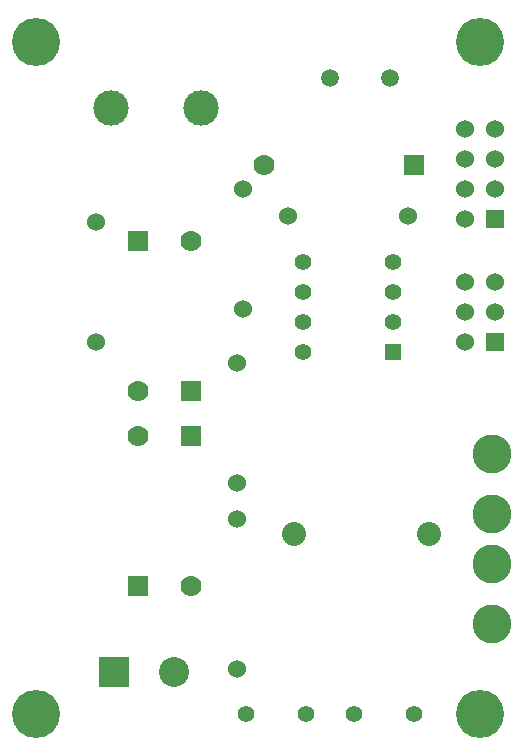
<source format=gts>
G04 (created by PCBNEW (2013-jul-07)-stable) date Mon 03 Mar 2014 02:16:45 PM PST*
%MOIN*%
G04 Gerber Fmt 3.4, Leading zero omitted, Abs format*
%FSLAX34Y34*%
G01*
G70*
G90*
G04 APERTURE LIST*
%ADD10C,0.00590551*%
%ADD11C,0.08*%
%ADD12C,0.06*%
%ADD13R,0.06X0.06*%
%ADD14C,0.0591*%
%ADD15R,0.055X0.055*%
%ADD16C,0.055*%
%ADD17C,0.07*%
%ADD18R,0.07X0.07*%
%ADD19C,0.1181*%
%ADD20C,0.16*%
%ADD21C,0.129921*%
%ADD22R,0.1X0.1*%
%ADD23C,0.1*%
G04 APERTURE END LIST*
G54D10*
G54D11*
X67200Y-38000D03*
X71700Y-38000D03*
G54D12*
X65300Y-32300D03*
X65300Y-36300D03*
G54D13*
X73900Y-31600D03*
G54D12*
X72900Y-31600D03*
X73900Y-30600D03*
X72900Y-30600D03*
X73900Y-29600D03*
X72900Y-29600D03*
G54D14*
X68400Y-22800D03*
X70400Y-22800D03*
G54D15*
X70500Y-31950D03*
G54D16*
X70500Y-30950D03*
X70500Y-29950D03*
X70500Y-28950D03*
X67500Y-28950D03*
X67500Y-29950D03*
X67500Y-30950D03*
X67500Y-31950D03*
G54D17*
X66200Y-25700D03*
G54D18*
X71200Y-25700D03*
G54D17*
X62000Y-34750D03*
G54D18*
X62000Y-39750D03*
G54D17*
X63750Y-28250D03*
G54D18*
X63750Y-33250D03*
G54D17*
X62000Y-33250D03*
G54D18*
X62000Y-28250D03*
G54D17*
X63750Y-39750D03*
G54D18*
X63750Y-34750D03*
G54D19*
X64100Y-23800D03*
X61100Y-23800D03*
G54D20*
X58600Y-21600D03*
X58600Y-44000D03*
X73400Y-21600D03*
X73400Y-44000D03*
G54D12*
X65500Y-30500D03*
X65500Y-26500D03*
X67000Y-27400D03*
X71000Y-27400D03*
X60600Y-31600D03*
X60600Y-27600D03*
X65300Y-37500D03*
X65300Y-42500D03*
G54D21*
X73800Y-41000D03*
X73800Y-39010D03*
X73800Y-37340D03*
X73800Y-35340D03*
G54D16*
X65600Y-44000D03*
X67600Y-44000D03*
X71200Y-44000D03*
X69200Y-44000D03*
G54D13*
X73900Y-27500D03*
G54D12*
X72900Y-27500D03*
X73900Y-26500D03*
X72900Y-26500D03*
X73900Y-25500D03*
X72900Y-25500D03*
X73900Y-24500D03*
X72900Y-24500D03*
G54D22*
X61200Y-42600D03*
G54D23*
X63200Y-42600D03*
M02*

</source>
